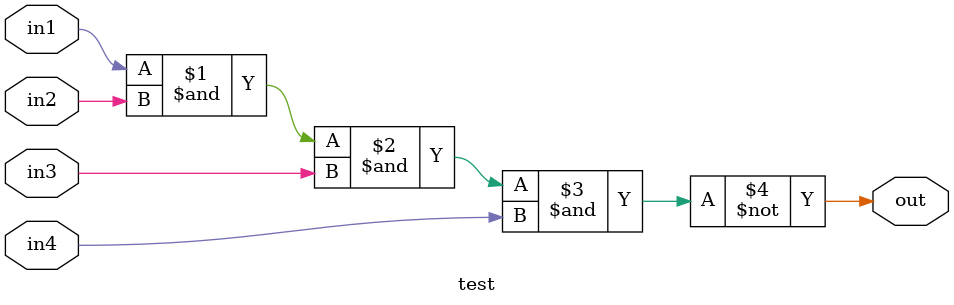
<source format=v>
module test(output out, input in1, in2, in3, in4);

nand mynand(out,  in1, in2, in3, in4 );

endmodule

</source>
